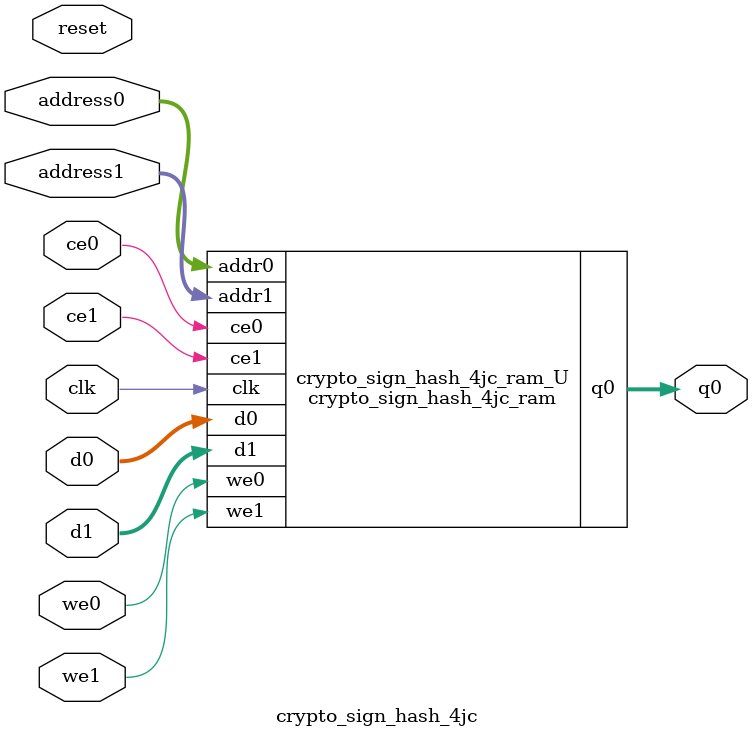
<source format=v>

`timescale 1 ns / 1 ps
module crypto_sign_hash_4jc_ram (addr0, ce0, d0, we0, q0, addr1, ce1, d1, we1,  clk);

parameter DWIDTH = 64;
parameter AWIDTH = 3;
parameter MEM_SIZE = 8;

input[AWIDTH-1:0] addr0;
input ce0;
input[DWIDTH-1:0] d0;
input we0;
output reg[DWIDTH-1:0] q0;
input[AWIDTH-1:0] addr1;
input ce1;
input[DWIDTH-1:0] d1;
input we1;
input clk;

(* ram_style = "block" *)reg [DWIDTH-1:0] ram[0:MEM_SIZE-1];




always @(posedge clk)  
begin 
    if (ce0) 
    begin
        if (we0) 
        begin 
            ram[addr0] <= d0; 
            q0 <= d0;
        end 
        else 
            q0 <= ram[addr0];
    end
end


always @(posedge clk)  
begin 
    if (ce1) 
    begin
        if (we1) 
        begin 
            ram[addr1] <= d1; 
        end 
    end
end


endmodule


`timescale 1 ns / 1 ps
module crypto_sign_hash_4jc(
    reset,
    clk,
    address0,
    ce0,
    we0,
    d0,
    q0,
    address1,
    ce1,
    we1,
    d1);

parameter DataWidth = 32'd64;
parameter AddressRange = 32'd8;
parameter AddressWidth = 32'd3;
input reset;
input clk;
input[AddressWidth - 1:0] address0;
input ce0;
input we0;
input[DataWidth - 1:0] d0;
output[DataWidth - 1:0] q0;
input[AddressWidth - 1:0] address1;
input ce1;
input we1;
input[DataWidth - 1:0] d1;



crypto_sign_hash_4jc_ram crypto_sign_hash_4jc_ram_U(
    .clk( clk ),
    .addr0( address0 ),
    .ce0( ce0 ),
    .d0( d0 ),
    .we0( we0 ),
    .q0( q0 ),
    .addr1( address1 ),
    .ce1( ce1 ),
    .d1( d1 ),
    .we1( we1 ));

endmodule


</source>
